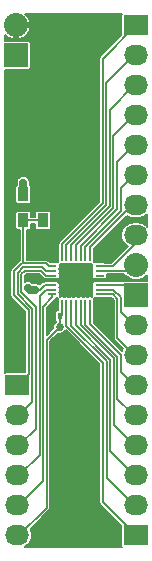
<source format=gtl>
G04 #@! TF.FileFunction,Copper,L1,Top,Signal*
%FSLAX46Y46*%
G04 Gerber Fmt 4.6, Leading zero omitted, Abs format (unit mm)*
G04 Created by KiCad (PCBNEW 4.0.1-stable) date Thursday, March 10, 2016 'AMt' 12:00:46 AM*
%MOMM*%
G01*
G04 APERTURE LIST*
%ADD10C,0.100000*%
%ADD11R,2.032000X2.032000*%
%ADD12O,2.032000X2.032000*%
%ADD13R,2.032000X1.727200*%
%ADD14O,2.032000X1.727200*%
%ADD15R,0.900000X1.200000*%
%ADD16R,0.200000X0.800000*%
%ADD17R,0.800000X0.200000*%
%ADD18R,1.500000X1.500000*%
%ADD19R,0.500000X0.600000*%
%ADD20R,0.400000X0.600000*%
%ADD21C,0.685800*%
%ADD22C,0.685800*%
%ADD23C,0.152400*%
G04 APERTURE END LIST*
D10*
D11*
X147320000Y-106680000D03*
D12*
X147320000Y-104140000D03*
D13*
X147447000Y-134620000D03*
D14*
X147447000Y-137160000D03*
X147447000Y-139700000D03*
X147447000Y-142240000D03*
X147447000Y-144780000D03*
X147447000Y-147320000D03*
D11*
X157480000Y-127000000D03*
D12*
X157480000Y-124460000D03*
D15*
X147955000Y-118450000D03*
X147955000Y-120650000D03*
X149606000Y-120650000D03*
X149606000Y-118450000D03*
D16*
X151200000Y-127730000D03*
X151600000Y-127730000D03*
X152000000Y-127730000D03*
X152400000Y-127730000D03*
X152800000Y-127730000D03*
X153200000Y-127730000D03*
X153600000Y-127730000D03*
D17*
X154400000Y-126930000D03*
X154400000Y-126530000D03*
X154400000Y-126130000D03*
X154400000Y-125730000D03*
X154400000Y-125330000D03*
X154400000Y-124930000D03*
X154400000Y-124530000D03*
D16*
X153600000Y-123730000D03*
X153200000Y-123730000D03*
X152800000Y-123730000D03*
X152400000Y-123730000D03*
X152000000Y-123730000D03*
X151600000Y-123730000D03*
X151200000Y-123730000D03*
D17*
X150400000Y-124530000D03*
X150400000Y-124930000D03*
X150400000Y-125330000D03*
X150400000Y-125730000D03*
X150400000Y-126130000D03*
X150400000Y-126530000D03*
X150400000Y-126930000D03*
D18*
X153000000Y-125130000D03*
X151800000Y-125130000D03*
X153000000Y-126330000D03*
X151800000Y-126330000D03*
D19*
X148971000Y-126534000D03*
X148971000Y-125434000D03*
D20*
X151072000Y-128778000D03*
X150172000Y-128778000D03*
D13*
X157480000Y-147320000D03*
D14*
X157480000Y-144780000D03*
X157480000Y-142240000D03*
X157480000Y-139700000D03*
X157480000Y-137160000D03*
X157480000Y-134620000D03*
X157480000Y-132080000D03*
X157480000Y-129540000D03*
D13*
X157480000Y-104140000D03*
D14*
X157480000Y-106680000D03*
X157480000Y-109220000D03*
X157480000Y-111760000D03*
X157480000Y-114300000D03*
X157480000Y-116840000D03*
X157480000Y-119380000D03*
X157480000Y-121920000D03*
D21*
X147955000Y-117475000D03*
X148338470Y-126365000D03*
X150593076Y-140408168D03*
X151257000Y-130556000D03*
X151638000Y-143002000D03*
X150198736Y-129540000D03*
X148338480Y-125476018D03*
X155321000Y-128651000D03*
X155321000Y-122809000D03*
X155321000Y-125558490D03*
X151032345Y-129678400D03*
D22*
X147955000Y-118450000D02*
X147955000Y-117475000D01*
X148971000Y-126534000D02*
X148507470Y-126534000D01*
X148507470Y-126534000D02*
X148338470Y-126365000D01*
D23*
X148971000Y-126534000D02*
X149373400Y-126534000D01*
X149373400Y-126534000D02*
X149777400Y-126130000D01*
X149777400Y-126130000D02*
X149847600Y-126130000D01*
X149847600Y-126130000D02*
X150400000Y-126130000D01*
X150593076Y-140893101D02*
X150593076Y-140408168D01*
X150593076Y-141957076D02*
X150593076Y-140893101D01*
X151638000Y-143002000D02*
X150593076Y-141957076D01*
X150172000Y-128778000D02*
X150172000Y-129513264D01*
X150172000Y-129513264D02*
X150198736Y-129540000D01*
X148380498Y-125434000D02*
X148338480Y-125476018D01*
X148971000Y-125434000D02*
X148380498Y-125434000D01*
X154400000Y-125730000D02*
X155149490Y-125730000D01*
X155149490Y-125730000D02*
X155321000Y-125558490D01*
X151032345Y-129678400D02*
X149932036Y-130778709D01*
X149932036Y-130778709D02*
X149932036Y-144987364D01*
X149932036Y-144987364D02*
X147599400Y-147320000D01*
X147599400Y-147320000D02*
X147447000Y-147320000D01*
X151032345Y-129678400D02*
X151032345Y-128817655D01*
X151032345Y-128817655D02*
X151072000Y-128778000D01*
X151200000Y-127730000D02*
X151200000Y-128650000D01*
X151200000Y-128650000D02*
X151072000Y-128778000D01*
X147599400Y-137160000D02*
X147447000Y-137160000D01*
X148712795Y-128137422D02*
X148712795Y-136046605D01*
X147935422Y-124599687D02*
X147462149Y-125072960D01*
X147462149Y-126886776D02*
X148712795Y-128137422D01*
X149548354Y-124599687D02*
X147935422Y-124599687D01*
X150400000Y-124930000D02*
X149878667Y-124930000D01*
X148712795Y-136046605D02*
X147599400Y-137160000D01*
X147462149Y-125072960D02*
X147462149Y-126886776D01*
X149878667Y-124930000D02*
X149548354Y-124599687D01*
X149017606Y-128011165D02*
X149017606Y-138281794D01*
X147766960Y-126760519D02*
X149017606Y-128011165D01*
X150400000Y-125330000D02*
X149847600Y-125330000D01*
X147766960Y-125199216D02*
X147766960Y-126760519D01*
X149422098Y-124904498D02*
X148061678Y-124904498D01*
X149847600Y-125330000D02*
X149422098Y-124904498D01*
X148061678Y-124904498D02*
X147766960Y-125199216D01*
X149017606Y-138281794D02*
X147599400Y-139700000D01*
X147599400Y-139700000D02*
X147447000Y-139700000D01*
X147599400Y-142240000D02*
X147447000Y-142240000D01*
X149322415Y-140516985D02*
X147599400Y-142240000D01*
X149322415Y-127093135D02*
X149322415Y-140516985D01*
X150400000Y-126530000D02*
X149885550Y-126530000D01*
X149885550Y-126530000D02*
X149322415Y-127093135D01*
X150400000Y-127182400D02*
X150400000Y-126930000D01*
X149627226Y-127955174D02*
X150400000Y-127182400D01*
X147599400Y-144780000D02*
X149627226Y-142752174D01*
X149627226Y-142752174D02*
X149627226Y-127955174D01*
X147447000Y-144780000D02*
X147599400Y-144780000D01*
X149606000Y-120650000D02*
X147955000Y-120650000D01*
X147955000Y-124277600D02*
X147826442Y-124277600D01*
X149847600Y-124277600D02*
X147955000Y-124277600D01*
X147955000Y-124277600D02*
X147955000Y-120650000D01*
X150400000Y-124530000D02*
X150100000Y-124530000D01*
X148393157Y-133673843D02*
X147447000Y-134620000D01*
X150100000Y-124530000D02*
X149847600Y-124277600D01*
X148393157Y-128248850D02*
X148393157Y-133673843D01*
X147157338Y-124946704D02*
X147157338Y-127013031D01*
X147826442Y-124277600D02*
X147157338Y-124946704D01*
X147157338Y-127013031D02*
X148393157Y-128248850D01*
X147447000Y-134620000D02*
X147994521Y-134072479D01*
X157327600Y-129540000D02*
X157480000Y-129540000D01*
X155565973Y-126530000D02*
X156208082Y-127172109D01*
X154400000Y-126530000D02*
X155565973Y-126530000D01*
X156208082Y-128420482D02*
X157327600Y-129540000D01*
X156208082Y-127172109D02*
X156208082Y-128420482D01*
X154400000Y-126930000D02*
X155534906Y-126930000D01*
X155903271Y-127298365D02*
X155903271Y-130655671D01*
X155534906Y-126930000D02*
X155903271Y-127298365D01*
X155903271Y-130655671D02*
X157327600Y-132080000D01*
X157327600Y-132080000D02*
X157480000Y-132080000D01*
X157327600Y-134620000D02*
X157480000Y-134620000D01*
X156210150Y-132066946D02*
X156210150Y-133502550D01*
X156210150Y-133502550D02*
X157327600Y-134620000D01*
X153600000Y-129456796D02*
X156210150Y-132066946D01*
X153600000Y-127730000D02*
X153600000Y-129456796D01*
X157327600Y-137160000D02*
X157480000Y-137160000D01*
X153200000Y-129487863D02*
X155905339Y-132193202D01*
X155905339Y-132193202D02*
X155905339Y-135737739D01*
X153200000Y-127730000D02*
X153200000Y-129487863D01*
X155905339Y-135737739D02*
X157327600Y-137160000D01*
X155600528Y-132319458D02*
X155600528Y-137972928D01*
X157327600Y-139700000D02*
X157480000Y-139700000D01*
X155600528Y-137972928D02*
X157327600Y-139700000D01*
X152800000Y-129518930D02*
X155600528Y-132319458D01*
X152800000Y-127730000D02*
X152800000Y-129518930D01*
X157327600Y-142240000D02*
X157480000Y-142240000D01*
X155295717Y-132445714D02*
X155295717Y-140208117D01*
X152400000Y-129549997D02*
X155295717Y-132445714D01*
X155295717Y-140208117D02*
X157327600Y-142240000D01*
X152400000Y-127730000D02*
X152400000Y-129549997D01*
X157327600Y-144780000D02*
X157480000Y-144780000D01*
X152000000Y-129581064D02*
X154990906Y-132571970D01*
X154990906Y-142443306D02*
X157327600Y-144780000D01*
X154990906Y-132571970D02*
X154990906Y-142443306D01*
X152000000Y-127730000D02*
X152000000Y-129581064D01*
X151600000Y-127730000D02*
X151600000Y-129612131D01*
X151600000Y-129612131D02*
X154686095Y-132698226D01*
X154686095Y-144526095D02*
X157480000Y-147320000D01*
X154686095Y-132698226D02*
X154686095Y-144526095D01*
X151200000Y-123730000D02*
X151200000Y-122683514D01*
X154662152Y-119221362D02*
X154662152Y-106957848D01*
X151200000Y-122683514D02*
X154662152Y-119221362D01*
X154662152Y-106957848D02*
X157480000Y-104140000D01*
X151600000Y-123730000D02*
X151600000Y-122714581D01*
X154966963Y-119347618D02*
X154966963Y-109040637D01*
X154966963Y-109040637D02*
X157327600Y-106680000D01*
X157327600Y-106680000D02*
X157480000Y-106680000D01*
X151600000Y-122714581D02*
X154966963Y-119347618D01*
X157327600Y-109220000D02*
X157480000Y-109220000D01*
X152000000Y-122745648D02*
X155271774Y-119473874D01*
X155271774Y-119473874D02*
X155271774Y-111275826D01*
X152000000Y-123730000D02*
X152000000Y-122745648D01*
X155271774Y-111275826D02*
X157327600Y-109220000D01*
X157327600Y-111760000D02*
X157480000Y-111760000D01*
X155576585Y-113511015D02*
X157327600Y-111760000D01*
X152400000Y-122776715D02*
X155576585Y-119600130D01*
X155576585Y-119600130D02*
X155576585Y-113511015D01*
X152400000Y-123730000D02*
X152400000Y-122776715D01*
X155881396Y-115746204D02*
X157327600Y-114300000D01*
X152800000Y-123730000D02*
X152800000Y-122807782D01*
X157327600Y-114300000D02*
X157480000Y-114300000D01*
X155881396Y-119726386D02*
X155881396Y-115746204D01*
X152800000Y-122807782D02*
X155881396Y-119726386D01*
X156235390Y-117932210D02*
X157327600Y-116840000D01*
X156235390Y-119871194D02*
X156235390Y-117932210D01*
X153200000Y-122906584D02*
X156235390Y-119871194D01*
X157327600Y-116840000D02*
X157480000Y-116840000D01*
X153200000Y-123730000D02*
X153200000Y-122906584D01*
X153600000Y-123730000D02*
X153600000Y-122937650D01*
X157157650Y-119380000D02*
X157480000Y-119380000D01*
X153600000Y-122937650D02*
X157157650Y-119380000D01*
X154400000Y-124530000D02*
X155524174Y-124530000D01*
X155524174Y-124530000D02*
X157480000Y-122574174D01*
X157480000Y-122574174D02*
X157480000Y-121920000D01*
X154400000Y-126130000D02*
X156610000Y-126130000D01*
X156610000Y-126130000D02*
X157480000Y-127000000D01*
X154400000Y-124930000D02*
X157010000Y-124930000D01*
X157010000Y-124930000D02*
X157480000Y-124460000D01*
G36*
X154381295Y-132824478D02*
X154381295Y-144526095D01*
X154384042Y-144554107D01*
X154386496Y-144582164D01*
X154386944Y-144583705D01*
X154387100Y-144585298D01*
X154395241Y-144612263D01*
X154403093Y-144639288D01*
X154403829Y-144640708D01*
X154404293Y-144642245D01*
X154417536Y-144667151D01*
X154430469Y-144692101D01*
X154431467Y-144693352D01*
X154432221Y-144694769D01*
X154450060Y-144716643D01*
X154467581Y-144738590D01*
X154469776Y-144740817D01*
X154469818Y-144740868D01*
X154469865Y-144740907D01*
X154470569Y-144741621D01*
X156234294Y-146505346D01*
X156234294Y-148183600D01*
X156237197Y-148220004D01*
X156256318Y-148281748D01*
X156259383Y-148286400D01*
X148103230Y-148286400D01*
X148209836Y-148229717D01*
X148375023Y-148094993D01*
X148510897Y-147930750D01*
X148612281Y-147743245D01*
X148675314Y-147539617D01*
X148697595Y-147327625D01*
X148678276Y-147115342D01*
X148618092Y-146910855D01*
X148556813Y-146793639D01*
X150147562Y-145202890D01*
X150165429Y-145181139D01*
X150183531Y-145159566D01*
X150184304Y-145158160D01*
X150185320Y-145156923D01*
X150198630Y-145132099D01*
X150212188Y-145107437D01*
X150212672Y-145105912D01*
X150213430Y-145104498D01*
X150221666Y-145077560D01*
X150230175Y-145050735D01*
X150230354Y-145049142D01*
X150230822Y-145047610D01*
X150233667Y-145019605D01*
X150236806Y-144991620D01*
X150236828Y-144988486D01*
X150236834Y-144988428D01*
X150236829Y-144988374D01*
X150236836Y-144987364D01*
X150236836Y-130904961D01*
X150906001Y-130235796D01*
X150964350Y-130248625D01*
X151076402Y-130250972D01*
X151186776Y-130231511D01*
X151291268Y-130190981D01*
X151385898Y-130130927D01*
X151467061Y-130053637D01*
X151526374Y-129969557D01*
X154381295Y-132824478D01*
X154381295Y-132824478D01*
G37*
X154381295Y-132824478D02*
X154381295Y-144526095D01*
X154384042Y-144554107D01*
X154386496Y-144582164D01*
X154386944Y-144583705D01*
X154387100Y-144585298D01*
X154395241Y-144612263D01*
X154403093Y-144639288D01*
X154403829Y-144640708D01*
X154404293Y-144642245D01*
X154417536Y-144667151D01*
X154430469Y-144692101D01*
X154431467Y-144693352D01*
X154432221Y-144694769D01*
X154450060Y-144716643D01*
X154467581Y-144738590D01*
X154469776Y-144740817D01*
X154469818Y-144740868D01*
X154469865Y-144740907D01*
X154470569Y-144741621D01*
X156234294Y-146505346D01*
X156234294Y-148183600D01*
X156237197Y-148220004D01*
X156256318Y-148281748D01*
X156259383Y-148286400D01*
X148103230Y-148286400D01*
X148209836Y-148229717D01*
X148375023Y-148094993D01*
X148510897Y-147930750D01*
X148612281Y-147743245D01*
X148675314Y-147539617D01*
X148697595Y-147327625D01*
X148678276Y-147115342D01*
X148618092Y-146910855D01*
X148556813Y-146793639D01*
X150147562Y-145202890D01*
X150165429Y-145181139D01*
X150183531Y-145159566D01*
X150184304Y-145158160D01*
X150185320Y-145156923D01*
X150198630Y-145132099D01*
X150212188Y-145107437D01*
X150212672Y-145105912D01*
X150213430Y-145104498D01*
X150221666Y-145077560D01*
X150230175Y-145050735D01*
X150230354Y-145049142D01*
X150230822Y-145047610D01*
X150233667Y-145019605D01*
X150236806Y-144991620D01*
X150236828Y-144988486D01*
X150236834Y-144988428D01*
X150236829Y-144988374D01*
X150236836Y-144987364D01*
X150236836Y-130904961D01*
X150906001Y-130235796D01*
X150964350Y-130248625D01*
X151076402Y-130250972D01*
X151186776Y-130231511D01*
X151291268Y-130190981D01*
X151385898Y-130130927D01*
X151467061Y-130053637D01*
X151526374Y-129969557D01*
X154381295Y-132824478D01*
G36*
X156243388Y-103212405D02*
X156234294Y-103276400D01*
X156234294Y-104954654D01*
X154446626Y-106742322D01*
X154428759Y-106764073D01*
X154410657Y-106785646D01*
X154409884Y-106787052D01*
X154408868Y-106788289D01*
X154395538Y-106813148D01*
X154382000Y-106837775D01*
X154381518Y-106839295D01*
X154380757Y-106840714D01*
X154372499Y-106867727D01*
X154364013Y-106894477D01*
X154363835Y-106896067D01*
X154363365Y-106897603D01*
X154360517Y-106925647D01*
X154357382Y-106953592D01*
X154357360Y-106956727D01*
X154357354Y-106956785D01*
X154357359Y-106956839D01*
X154357352Y-106957848D01*
X154357352Y-119095110D01*
X150984474Y-122467988D01*
X150966607Y-122489739D01*
X150948505Y-122511312D01*
X150947732Y-122512718D01*
X150946716Y-122513955D01*
X150933386Y-122538814D01*
X150919848Y-122563441D01*
X150919366Y-122564961D01*
X150918605Y-122566380D01*
X150910347Y-122593393D01*
X150901861Y-122620143D01*
X150901683Y-122621733D01*
X150901213Y-122623269D01*
X150898365Y-122651313D01*
X150895230Y-122679258D01*
X150895208Y-122682393D01*
X150895202Y-122682451D01*
X150895207Y-122682505D01*
X150895200Y-122683514D01*
X150895200Y-123230928D01*
X150879388Y-123266005D01*
X150870294Y-123330000D01*
X150870294Y-124130000D01*
X150873197Y-124166404D01*
X150890161Y-124221183D01*
X150863995Y-124209388D01*
X150800000Y-124200294D01*
X150201346Y-124200294D01*
X150063126Y-124062074D01*
X150041375Y-124044207D01*
X150019802Y-124026105D01*
X150018396Y-124025332D01*
X150017159Y-124024316D01*
X149992296Y-124010984D01*
X149967673Y-123997448D01*
X149966153Y-123996966D01*
X149964734Y-123996205D01*
X149937721Y-123987947D01*
X149910971Y-123979461D01*
X149909381Y-123979283D01*
X149907845Y-123978813D01*
X149879801Y-123975965D01*
X149851856Y-123972830D01*
X149848721Y-123972808D01*
X149848663Y-123972802D01*
X149848609Y-123972807D01*
X149847600Y-123972800D01*
X148259800Y-123972800D01*
X148259800Y-121479706D01*
X148405000Y-121479706D01*
X148441404Y-121476803D01*
X148503148Y-121457682D01*
X148557121Y-121422116D01*
X148599049Y-121372922D01*
X148625612Y-121313995D01*
X148634706Y-121250000D01*
X148634706Y-120954800D01*
X148926294Y-120954800D01*
X148926294Y-121250000D01*
X148929197Y-121286404D01*
X148948318Y-121348148D01*
X148983884Y-121402121D01*
X149033078Y-121444049D01*
X149092005Y-121470612D01*
X149156000Y-121479706D01*
X150056000Y-121479706D01*
X150092404Y-121476803D01*
X150154148Y-121457682D01*
X150208121Y-121422116D01*
X150250049Y-121372922D01*
X150276612Y-121313995D01*
X150285706Y-121250000D01*
X150285706Y-120050000D01*
X150282803Y-120013596D01*
X150263682Y-119951852D01*
X150228116Y-119897879D01*
X150178922Y-119855951D01*
X150119995Y-119829388D01*
X150056000Y-119820294D01*
X149156000Y-119820294D01*
X149119596Y-119823197D01*
X149057852Y-119842318D01*
X149003879Y-119877884D01*
X148961951Y-119927078D01*
X148935388Y-119986005D01*
X148926294Y-120050000D01*
X148926294Y-120345200D01*
X148634706Y-120345200D01*
X148634706Y-120050000D01*
X148631803Y-120013596D01*
X148612682Y-119951852D01*
X148577116Y-119897879D01*
X148527922Y-119855951D01*
X148468995Y-119829388D01*
X148405000Y-119820294D01*
X147505000Y-119820294D01*
X147468596Y-119823197D01*
X147406852Y-119842318D01*
X147352879Y-119877884D01*
X147310951Y-119927078D01*
X147284388Y-119986005D01*
X147275294Y-120050000D01*
X147275294Y-121250000D01*
X147278197Y-121286404D01*
X147297318Y-121348148D01*
X147332884Y-121402121D01*
X147382078Y-121444049D01*
X147441005Y-121470612D01*
X147505000Y-121479706D01*
X147650200Y-121479706D01*
X147650200Y-124029898D01*
X147635894Y-124041565D01*
X147613947Y-124059086D01*
X147611720Y-124061281D01*
X147611669Y-124061323D01*
X147611630Y-124061370D01*
X147610916Y-124062074D01*
X146941812Y-124731178D01*
X146923951Y-124752922D01*
X146905843Y-124774502D01*
X146905070Y-124775908D01*
X146904054Y-124777145D01*
X146890724Y-124802004D01*
X146877186Y-124826631D01*
X146876704Y-124828151D01*
X146875943Y-124829570D01*
X146867685Y-124856583D01*
X146859199Y-124883333D01*
X146859021Y-124884923D01*
X146858551Y-124886459D01*
X146855703Y-124914503D01*
X146852568Y-124942448D01*
X146852546Y-124945583D01*
X146852540Y-124945641D01*
X146852545Y-124945695D01*
X146852538Y-124946704D01*
X146852538Y-127013031D01*
X146855285Y-127041043D01*
X146857739Y-127069100D01*
X146858187Y-127070641D01*
X146858343Y-127072234D01*
X146866484Y-127099199D01*
X146874336Y-127126224D01*
X146875072Y-127127644D01*
X146875536Y-127129181D01*
X146888779Y-127154087D01*
X146901712Y-127179037D01*
X146902710Y-127180288D01*
X146903464Y-127181705D01*
X146921303Y-127203579D01*
X146938824Y-127225526D01*
X146941019Y-127227753D01*
X146941061Y-127227804D01*
X146941108Y-127227843D01*
X146941812Y-127228557D01*
X148088357Y-128375102D01*
X148088357Y-133526694D01*
X146431000Y-133526694D01*
X146394596Y-133529597D01*
X146353600Y-133542293D01*
X146353600Y-117850000D01*
X147275294Y-117850000D01*
X147275294Y-119050000D01*
X147278197Y-119086404D01*
X147297318Y-119148148D01*
X147332884Y-119202121D01*
X147382078Y-119244049D01*
X147441005Y-119270612D01*
X147505000Y-119279706D01*
X148405000Y-119279706D01*
X148441404Y-119276803D01*
X148503148Y-119257682D01*
X148557121Y-119222116D01*
X148599049Y-119172922D01*
X148625612Y-119113995D01*
X148634706Y-119050000D01*
X148634706Y-117850000D01*
X148631803Y-117813596D01*
X148612682Y-117751852D01*
X148577116Y-117697879D01*
X148527922Y-117655951D01*
X148526500Y-117655310D01*
X148526500Y-117475000D01*
X148525836Y-117468230D01*
X148526524Y-117418962D01*
X148504755Y-117309019D01*
X148462046Y-117205399D01*
X148400023Y-117112048D01*
X148321050Y-117032521D01*
X148228134Y-116969849D01*
X148124815Y-116926417D01*
X148015027Y-116903881D01*
X147902953Y-116903098D01*
X147792861Y-116924100D01*
X147688945Y-116966084D01*
X147595163Y-117027453D01*
X147515087Y-117105870D01*
X147451768Y-117198346D01*
X147407616Y-117301360D01*
X147384314Y-117410987D01*
X147382749Y-117523053D01*
X147383500Y-117527145D01*
X147383500Y-117657706D01*
X147352879Y-117677884D01*
X147310951Y-117727078D01*
X147284388Y-117786005D01*
X147275294Y-117850000D01*
X146353600Y-117850000D01*
X146353600Y-107925706D01*
X148336000Y-107925706D01*
X148372404Y-107922803D01*
X148434148Y-107903682D01*
X148488121Y-107868116D01*
X148530049Y-107818922D01*
X148556612Y-107759995D01*
X148565706Y-107696000D01*
X148565706Y-105664000D01*
X148562803Y-105627596D01*
X148543682Y-105565852D01*
X148508116Y-105511879D01*
X148458922Y-105469951D01*
X148399995Y-105443388D01*
X148336000Y-105434294D01*
X146353600Y-105434294D01*
X146353600Y-104924223D01*
X146524764Y-105097419D01*
X146726827Y-105234165D01*
X146951686Y-105328863D01*
X147142200Y-105314693D01*
X147142200Y-104317800D01*
X147497800Y-104317800D01*
X147497800Y-105314693D01*
X147688314Y-105328863D01*
X147913173Y-105234165D01*
X148115236Y-105097419D01*
X148286739Y-104923880D01*
X148421091Y-104720217D01*
X148508855Y-104508312D01*
X148494063Y-104317800D01*
X147497800Y-104317800D01*
X147142200Y-104317800D01*
X147122200Y-104317800D01*
X147122200Y-103962200D01*
X147142200Y-103962200D01*
X147142200Y-103942200D01*
X147497800Y-103942200D01*
X147497800Y-103962200D01*
X148494063Y-103962200D01*
X148508855Y-103771688D01*
X148421091Y-103559783D01*
X148286739Y-103356120D01*
X148115236Y-103182581D01*
X148101965Y-103173600D01*
X156260880Y-103173600D01*
X156243388Y-103212405D01*
X156243388Y-103212405D01*
G37*
X156243388Y-103212405D02*
X156234294Y-103276400D01*
X156234294Y-104954654D01*
X154446626Y-106742322D01*
X154428759Y-106764073D01*
X154410657Y-106785646D01*
X154409884Y-106787052D01*
X154408868Y-106788289D01*
X154395538Y-106813148D01*
X154382000Y-106837775D01*
X154381518Y-106839295D01*
X154380757Y-106840714D01*
X154372499Y-106867727D01*
X154364013Y-106894477D01*
X154363835Y-106896067D01*
X154363365Y-106897603D01*
X154360517Y-106925647D01*
X154357382Y-106953592D01*
X154357360Y-106956727D01*
X154357354Y-106956785D01*
X154357359Y-106956839D01*
X154357352Y-106957848D01*
X154357352Y-119095110D01*
X150984474Y-122467988D01*
X150966607Y-122489739D01*
X150948505Y-122511312D01*
X150947732Y-122512718D01*
X150946716Y-122513955D01*
X150933386Y-122538814D01*
X150919848Y-122563441D01*
X150919366Y-122564961D01*
X150918605Y-122566380D01*
X150910347Y-122593393D01*
X150901861Y-122620143D01*
X150901683Y-122621733D01*
X150901213Y-122623269D01*
X150898365Y-122651313D01*
X150895230Y-122679258D01*
X150895208Y-122682393D01*
X150895202Y-122682451D01*
X150895207Y-122682505D01*
X150895200Y-122683514D01*
X150895200Y-123230928D01*
X150879388Y-123266005D01*
X150870294Y-123330000D01*
X150870294Y-124130000D01*
X150873197Y-124166404D01*
X150890161Y-124221183D01*
X150863995Y-124209388D01*
X150800000Y-124200294D01*
X150201346Y-124200294D01*
X150063126Y-124062074D01*
X150041375Y-124044207D01*
X150019802Y-124026105D01*
X150018396Y-124025332D01*
X150017159Y-124024316D01*
X149992296Y-124010984D01*
X149967673Y-123997448D01*
X149966153Y-123996966D01*
X149964734Y-123996205D01*
X149937721Y-123987947D01*
X149910971Y-123979461D01*
X149909381Y-123979283D01*
X149907845Y-123978813D01*
X149879801Y-123975965D01*
X149851856Y-123972830D01*
X149848721Y-123972808D01*
X149848663Y-123972802D01*
X149848609Y-123972807D01*
X149847600Y-123972800D01*
X148259800Y-123972800D01*
X148259800Y-121479706D01*
X148405000Y-121479706D01*
X148441404Y-121476803D01*
X148503148Y-121457682D01*
X148557121Y-121422116D01*
X148599049Y-121372922D01*
X148625612Y-121313995D01*
X148634706Y-121250000D01*
X148634706Y-120954800D01*
X148926294Y-120954800D01*
X148926294Y-121250000D01*
X148929197Y-121286404D01*
X148948318Y-121348148D01*
X148983884Y-121402121D01*
X149033078Y-121444049D01*
X149092005Y-121470612D01*
X149156000Y-121479706D01*
X150056000Y-121479706D01*
X150092404Y-121476803D01*
X150154148Y-121457682D01*
X150208121Y-121422116D01*
X150250049Y-121372922D01*
X150276612Y-121313995D01*
X150285706Y-121250000D01*
X150285706Y-120050000D01*
X150282803Y-120013596D01*
X150263682Y-119951852D01*
X150228116Y-119897879D01*
X150178922Y-119855951D01*
X150119995Y-119829388D01*
X150056000Y-119820294D01*
X149156000Y-119820294D01*
X149119596Y-119823197D01*
X149057852Y-119842318D01*
X149003879Y-119877884D01*
X148961951Y-119927078D01*
X148935388Y-119986005D01*
X148926294Y-120050000D01*
X148926294Y-120345200D01*
X148634706Y-120345200D01*
X148634706Y-120050000D01*
X148631803Y-120013596D01*
X148612682Y-119951852D01*
X148577116Y-119897879D01*
X148527922Y-119855951D01*
X148468995Y-119829388D01*
X148405000Y-119820294D01*
X147505000Y-119820294D01*
X147468596Y-119823197D01*
X147406852Y-119842318D01*
X147352879Y-119877884D01*
X147310951Y-119927078D01*
X147284388Y-119986005D01*
X147275294Y-120050000D01*
X147275294Y-121250000D01*
X147278197Y-121286404D01*
X147297318Y-121348148D01*
X147332884Y-121402121D01*
X147382078Y-121444049D01*
X147441005Y-121470612D01*
X147505000Y-121479706D01*
X147650200Y-121479706D01*
X147650200Y-124029898D01*
X147635894Y-124041565D01*
X147613947Y-124059086D01*
X147611720Y-124061281D01*
X147611669Y-124061323D01*
X147611630Y-124061370D01*
X147610916Y-124062074D01*
X146941812Y-124731178D01*
X146923951Y-124752922D01*
X146905843Y-124774502D01*
X146905070Y-124775908D01*
X146904054Y-124777145D01*
X146890724Y-124802004D01*
X146877186Y-124826631D01*
X146876704Y-124828151D01*
X146875943Y-124829570D01*
X146867685Y-124856583D01*
X146859199Y-124883333D01*
X146859021Y-124884923D01*
X146858551Y-124886459D01*
X146855703Y-124914503D01*
X146852568Y-124942448D01*
X146852546Y-124945583D01*
X146852540Y-124945641D01*
X146852545Y-124945695D01*
X146852538Y-124946704D01*
X146852538Y-127013031D01*
X146855285Y-127041043D01*
X146857739Y-127069100D01*
X146858187Y-127070641D01*
X146858343Y-127072234D01*
X146866484Y-127099199D01*
X146874336Y-127126224D01*
X146875072Y-127127644D01*
X146875536Y-127129181D01*
X146888779Y-127154087D01*
X146901712Y-127179037D01*
X146902710Y-127180288D01*
X146903464Y-127181705D01*
X146921303Y-127203579D01*
X146938824Y-127225526D01*
X146941019Y-127227753D01*
X146941061Y-127227804D01*
X146941108Y-127227843D01*
X146941812Y-127228557D01*
X148088357Y-128375102D01*
X148088357Y-133526694D01*
X146431000Y-133526694D01*
X146394596Y-133529597D01*
X146353600Y-133542293D01*
X146353600Y-117850000D01*
X147275294Y-117850000D01*
X147275294Y-119050000D01*
X147278197Y-119086404D01*
X147297318Y-119148148D01*
X147332884Y-119202121D01*
X147382078Y-119244049D01*
X147441005Y-119270612D01*
X147505000Y-119279706D01*
X148405000Y-119279706D01*
X148441404Y-119276803D01*
X148503148Y-119257682D01*
X148557121Y-119222116D01*
X148599049Y-119172922D01*
X148625612Y-119113995D01*
X148634706Y-119050000D01*
X148634706Y-117850000D01*
X148631803Y-117813596D01*
X148612682Y-117751852D01*
X148577116Y-117697879D01*
X148527922Y-117655951D01*
X148526500Y-117655310D01*
X148526500Y-117475000D01*
X148525836Y-117468230D01*
X148526524Y-117418962D01*
X148504755Y-117309019D01*
X148462046Y-117205399D01*
X148400023Y-117112048D01*
X148321050Y-117032521D01*
X148228134Y-116969849D01*
X148124815Y-116926417D01*
X148015027Y-116903881D01*
X147902953Y-116903098D01*
X147792861Y-116924100D01*
X147688945Y-116966084D01*
X147595163Y-117027453D01*
X147515087Y-117105870D01*
X147451768Y-117198346D01*
X147407616Y-117301360D01*
X147384314Y-117410987D01*
X147382749Y-117523053D01*
X147383500Y-117527145D01*
X147383500Y-117657706D01*
X147352879Y-117677884D01*
X147310951Y-117727078D01*
X147284388Y-117786005D01*
X147275294Y-117850000D01*
X146353600Y-117850000D01*
X146353600Y-107925706D01*
X148336000Y-107925706D01*
X148372404Y-107922803D01*
X148434148Y-107903682D01*
X148488121Y-107868116D01*
X148530049Y-107818922D01*
X148556612Y-107759995D01*
X148565706Y-107696000D01*
X148565706Y-105664000D01*
X148562803Y-105627596D01*
X148543682Y-105565852D01*
X148508116Y-105511879D01*
X148458922Y-105469951D01*
X148399995Y-105443388D01*
X148336000Y-105434294D01*
X146353600Y-105434294D01*
X146353600Y-104924223D01*
X146524764Y-105097419D01*
X146726827Y-105234165D01*
X146951686Y-105328863D01*
X147142200Y-105314693D01*
X147142200Y-104317800D01*
X147497800Y-104317800D01*
X147497800Y-105314693D01*
X147688314Y-105328863D01*
X147913173Y-105234165D01*
X148115236Y-105097419D01*
X148286739Y-104923880D01*
X148421091Y-104720217D01*
X148508855Y-104508312D01*
X148494063Y-104317800D01*
X147497800Y-104317800D01*
X147142200Y-104317800D01*
X147122200Y-104317800D01*
X147122200Y-103962200D01*
X147142200Y-103962200D01*
X147142200Y-103942200D01*
X147497800Y-103942200D01*
X147497800Y-103962200D01*
X148494063Y-103962200D01*
X148508855Y-103771688D01*
X148421091Y-103559783D01*
X148286739Y-103356120D01*
X148115236Y-103182581D01*
X148101965Y-103173600D01*
X156260880Y-103173600D01*
X156243388Y-103212405D01*
G36*
X155598471Y-127424617D02*
X155598471Y-130655671D01*
X155601218Y-130683683D01*
X155603672Y-130711740D01*
X155604120Y-130713281D01*
X155604276Y-130714874D01*
X155612417Y-130741839D01*
X155620269Y-130768864D01*
X155621005Y-130770284D01*
X155621469Y-130771821D01*
X155634712Y-130796727D01*
X155647645Y-130821677D01*
X155648643Y-130822928D01*
X155649397Y-130824345D01*
X155667236Y-130846219D01*
X155684757Y-130868166D01*
X155686952Y-130870393D01*
X155686994Y-130870444D01*
X155687041Y-130870483D01*
X155687745Y-130871197D01*
X156370373Y-131553825D01*
X156314719Y-131656755D01*
X156294932Y-131720676D01*
X153904800Y-129330544D01*
X153904800Y-128229072D01*
X153920612Y-128193995D01*
X153929706Y-128130000D01*
X153929706Y-127330000D01*
X153926803Y-127293596D01*
X153909839Y-127238817D01*
X153936005Y-127250612D01*
X154000000Y-127259706D01*
X154800000Y-127259706D01*
X154836404Y-127256803D01*
X154898148Y-127237682D01*
X154902522Y-127234800D01*
X155408654Y-127234800D01*
X155598471Y-127424617D01*
X155598471Y-127424617D01*
G37*
X155598471Y-127424617D02*
X155598471Y-130655671D01*
X155601218Y-130683683D01*
X155603672Y-130711740D01*
X155604120Y-130713281D01*
X155604276Y-130714874D01*
X155612417Y-130741839D01*
X155620269Y-130768864D01*
X155621005Y-130770284D01*
X155621469Y-130771821D01*
X155634712Y-130796727D01*
X155647645Y-130821677D01*
X155648643Y-130822928D01*
X155649397Y-130824345D01*
X155667236Y-130846219D01*
X155684757Y-130868166D01*
X155686952Y-130870393D01*
X155686994Y-130870444D01*
X155687041Y-130870483D01*
X155687745Y-130871197D01*
X156370373Y-131553825D01*
X156314719Y-131656755D01*
X156294932Y-131720676D01*
X153904800Y-129330544D01*
X153904800Y-128229072D01*
X153920612Y-128193995D01*
X153929706Y-128130000D01*
X153929706Y-127330000D01*
X153926803Y-127293596D01*
X153909839Y-127238817D01*
X153936005Y-127250612D01*
X154000000Y-127259706D01*
X154800000Y-127259706D01*
X154836404Y-127256803D01*
X154898148Y-127237682D01*
X154902522Y-127234800D01*
X155408654Y-127234800D01*
X155598471Y-127424617D01*
G36*
X150879388Y-127266005D02*
X150870294Y-127330000D01*
X150870294Y-128130000D01*
X150873197Y-128166404D01*
X150892318Y-128228148D01*
X150895200Y-128232522D01*
X150895200Y-128248294D01*
X150872000Y-128248294D01*
X150835596Y-128251197D01*
X150773852Y-128270318D01*
X150719879Y-128305884D01*
X150677951Y-128355078D01*
X150651388Y-128414005D01*
X150642294Y-128478000D01*
X150642294Y-129078000D01*
X150645197Y-129114404D01*
X150664318Y-129176148D01*
X150691973Y-129218116D01*
X150672508Y-129230853D01*
X150592432Y-129309270D01*
X150529113Y-129401746D01*
X150484961Y-129504760D01*
X150461659Y-129614387D01*
X150460094Y-129726453D01*
X150474538Y-129805155D01*
X149932026Y-130347667D01*
X149932026Y-128081426D01*
X150615526Y-127397926D01*
X150633424Y-127376137D01*
X150651495Y-127354602D01*
X150652268Y-127353196D01*
X150653284Y-127351959D01*
X150666594Y-127327135D01*
X150680152Y-127302473D01*
X150680636Y-127300948D01*
X150681394Y-127299534D01*
X150689630Y-127272596D01*
X150693719Y-127259706D01*
X150800000Y-127259706D01*
X150836404Y-127256803D01*
X150891183Y-127239839D01*
X150879388Y-127266005D01*
X150879388Y-127266005D01*
G37*
X150879388Y-127266005D02*
X150870294Y-127330000D01*
X150870294Y-128130000D01*
X150873197Y-128166404D01*
X150892318Y-128228148D01*
X150895200Y-128232522D01*
X150895200Y-128248294D01*
X150872000Y-128248294D01*
X150835596Y-128251197D01*
X150773852Y-128270318D01*
X150719879Y-128305884D01*
X150677951Y-128355078D01*
X150651388Y-128414005D01*
X150642294Y-128478000D01*
X150642294Y-129078000D01*
X150645197Y-129114404D01*
X150664318Y-129176148D01*
X150691973Y-129218116D01*
X150672508Y-129230853D01*
X150592432Y-129309270D01*
X150529113Y-129401746D01*
X150484961Y-129504760D01*
X150461659Y-129614387D01*
X150460094Y-129726453D01*
X150474538Y-129805155D01*
X149932026Y-130347667D01*
X149932026Y-128081426D01*
X150615526Y-127397926D01*
X150633424Y-127376137D01*
X150651495Y-127354602D01*
X150652268Y-127353196D01*
X150653284Y-127351959D01*
X150666594Y-127327135D01*
X150680152Y-127302473D01*
X150680636Y-127300948D01*
X150681394Y-127299534D01*
X150689630Y-127272596D01*
X150693719Y-127259706D01*
X150800000Y-127259706D01*
X150836404Y-127256803D01*
X150891183Y-127239839D01*
X150879388Y-127266005D01*
G36*
X153436005Y-124350612D02*
X153500000Y-124359706D01*
X153700000Y-124359706D01*
X153736404Y-124356803D01*
X153791183Y-124339839D01*
X153779388Y-124366005D01*
X153770294Y-124430000D01*
X153770294Y-124630000D01*
X153773197Y-124666404D01*
X153792318Y-124728148D01*
X153794773Y-124731874D01*
X153779388Y-124766005D01*
X153770294Y-124830000D01*
X153770294Y-125030000D01*
X153773197Y-125066404D01*
X153792318Y-125128148D01*
X153794773Y-125131874D01*
X153779388Y-125166005D01*
X153770294Y-125230000D01*
X153770294Y-125430000D01*
X153773197Y-125466404D01*
X153792318Y-125528148D01*
X153827884Y-125582121D01*
X153877078Y-125624049D01*
X153936005Y-125650612D01*
X154000000Y-125659706D01*
X154800000Y-125659706D01*
X154836404Y-125656803D01*
X154898148Y-125637682D01*
X154952121Y-125602116D01*
X154994049Y-125552922D01*
X155020612Y-125493995D01*
X155029706Y-125430000D01*
X155029706Y-125234800D01*
X156507558Y-125234800D01*
X156584745Y-125330801D01*
X156770820Y-125486936D01*
X156983678Y-125603956D01*
X157215211Y-125677403D01*
X157456601Y-125704479D01*
X157473978Y-125704600D01*
X157486022Y-125704600D01*
X157727766Y-125680897D01*
X157960302Y-125610690D01*
X158174773Y-125496654D01*
X158363010Y-125343132D01*
X158446400Y-125242330D01*
X158446400Y-125754294D01*
X156464000Y-125754294D01*
X156427596Y-125757197D01*
X156365852Y-125776318D01*
X156311879Y-125811884D01*
X156300530Y-125825200D01*
X154899072Y-125825200D01*
X154863995Y-125809388D01*
X154800000Y-125800294D01*
X154000000Y-125800294D01*
X153963596Y-125803197D01*
X153901852Y-125822318D01*
X153847879Y-125857884D01*
X153805951Y-125907078D01*
X153779388Y-125966005D01*
X153770294Y-126030000D01*
X153770294Y-126230000D01*
X153773197Y-126266404D01*
X153792318Y-126328148D01*
X153794773Y-126331874D01*
X153779388Y-126366005D01*
X153770294Y-126430000D01*
X153770294Y-126630000D01*
X153773197Y-126666404D01*
X153792318Y-126728148D01*
X153794773Y-126731874D01*
X153779388Y-126766005D01*
X153770294Y-126830000D01*
X153770294Y-127030000D01*
X153773197Y-127066404D01*
X153790161Y-127121183D01*
X153763995Y-127109388D01*
X153700000Y-127100294D01*
X153500000Y-127100294D01*
X153463596Y-127103197D01*
X153401852Y-127122318D01*
X153398126Y-127124773D01*
X153363995Y-127109388D01*
X153300000Y-127100294D01*
X153100000Y-127100294D01*
X153063596Y-127103197D01*
X153001852Y-127122318D01*
X152998126Y-127124773D01*
X152963995Y-127109388D01*
X152900000Y-127100294D01*
X152700000Y-127100294D01*
X152663596Y-127103197D01*
X152601852Y-127122318D01*
X152598126Y-127124773D01*
X152563995Y-127109388D01*
X152500000Y-127100294D01*
X152300000Y-127100294D01*
X152263596Y-127103197D01*
X152201852Y-127122318D01*
X152198126Y-127124773D01*
X152163995Y-127109388D01*
X152100000Y-127100294D01*
X151900000Y-127100294D01*
X151863596Y-127103197D01*
X151801852Y-127122318D01*
X151798126Y-127124773D01*
X151763995Y-127109388D01*
X151700000Y-127100294D01*
X151500000Y-127100294D01*
X151463596Y-127103197D01*
X151401852Y-127122318D01*
X151398126Y-127124773D01*
X151363995Y-127109388D01*
X151300000Y-127100294D01*
X151100000Y-127100294D01*
X151063596Y-127103197D01*
X151008817Y-127120161D01*
X151020612Y-127093995D01*
X151029706Y-127030000D01*
X151029706Y-126830000D01*
X151026803Y-126793596D01*
X151007682Y-126731852D01*
X151005227Y-126728126D01*
X151020612Y-126693995D01*
X151029706Y-126630000D01*
X151029706Y-126430000D01*
X151026803Y-126393596D01*
X151007682Y-126331852D01*
X151005227Y-126328126D01*
X151020612Y-126293995D01*
X151029706Y-126230000D01*
X151029706Y-126030000D01*
X151026803Y-125993596D01*
X151007682Y-125931852D01*
X150972116Y-125877879D01*
X150922922Y-125835951D01*
X150863995Y-125809388D01*
X150800000Y-125800294D01*
X150000000Y-125800294D01*
X149963596Y-125803197D01*
X149901852Y-125822318D01*
X149897478Y-125825200D01*
X149777400Y-125825200D01*
X149749388Y-125827947D01*
X149721331Y-125830401D01*
X149719790Y-125830849D01*
X149718197Y-125831005D01*
X149691232Y-125839146D01*
X149664207Y-125846998D01*
X149662787Y-125847734D01*
X149661250Y-125848198D01*
X149636344Y-125861441D01*
X149611394Y-125874374D01*
X149610143Y-125875372D01*
X149608726Y-125876126D01*
X149586877Y-125893946D01*
X149564904Y-125911486D01*
X149562676Y-125913683D01*
X149562627Y-125913723D01*
X149562589Y-125913769D01*
X149561874Y-125914474D01*
X149393653Y-126082695D01*
X149393116Y-126081879D01*
X149343922Y-126039951D01*
X149284995Y-126013388D01*
X149221000Y-126004294D01*
X149182204Y-126004294D01*
X149089822Y-125974989D01*
X148978979Y-125962556D01*
X148971000Y-125962500D01*
X148744220Y-125962500D01*
X148704520Y-125922521D01*
X148611604Y-125859849D01*
X148508285Y-125816417D01*
X148398497Y-125793881D01*
X148286423Y-125793098D01*
X148176331Y-125814100D01*
X148072415Y-125856084D01*
X148071760Y-125856513D01*
X148071760Y-125325468D01*
X148187930Y-125209298D01*
X149295846Y-125209298D01*
X149632074Y-125545526D01*
X149653804Y-125563375D01*
X149675398Y-125581495D01*
X149676807Y-125582270D01*
X149678042Y-125583284D01*
X149702860Y-125596592D01*
X149727527Y-125610152D01*
X149729050Y-125610635D01*
X149730467Y-125611395D01*
X149757465Y-125619649D01*
X149784229Y-125628139D01*
X149785819Y-125628317D01*
X149787355Y-125628787D01*
X149815444Y-125631640D01*
X149843344Y-125634770D01*
X149846468Y-125634792D01*
X149846537Y-125634799D01*
X149846601Y-125634793D01*
X149847600Y-125634800D01*
X149900928Y-125634800D01*
X149936005Y-125650612D01*
X150000000Y-125659706D01*
X150800000Y-125659706D01*
X150836404Y-125656803D01*
X150898148Y-125637682D01*
X150952121Y-125602116D01*
X150994049Y-125552922D01*
X151020612Y-125493995D01*
X151029706Y-125430000D01*
X151029706Y-125230000D01*
X151026803Y-125193596D01*
X151007682Y-125131852D01*
X151005227Y-125128126D01*
X151020612Y-125093995D01*
X151029706Y-125030000D01*
X151029706Y-124830000D01*
X151026803Y-124793596D01*
X151007682Y-124731852D01*
X151005227Y-124728126D01*
X151020612Y-124693995D01*
X151029706Y-124630000D01*
X151029706Y-124430000D01*
X151026803Y-124393596D01*
X151009839Y-124338817D01*
X151036005Y-124350612D01*
X151100000Y-124359706D01*
X151300000Y-124359706D01*
X151336404Y-124356803D01*
X151398148Y-124337682D01*
X151401874Y-124335227D01*
X151436005Y-124350612D01*
X151500000Y-124359706D01*
X151700000Y-124359706D01*
X151736404Y-124356803D01*
X151798148Y-124337682D01*
X151801874Y-124335227D01*
X151836005Y-124350612D01*
X151900000Y-124359706D01*
X152100000Y-124359706D01*
X152136404Y-124356803D01*
X152198148Y-124337682D01*
X152201874Y-124335227D01*
X152236005Y-124350612D01*
X152300000Y-124359706D01*
X152500000Y-124359706D01*
X152536404Y-124356803D01*
X152598148Y-124337682D01*
X152601874Y-124335227D01*
X152636005Y-124350612D01*
X152700000Y-124359706D01*
X152900000Y-124359706D01*
X152936404Y-124356803D01*
X152998148Y-124337682D01*
X153001874Y-124335227D01*
X153036005Y-124350612D01*
X153100000Y-124359706D01*
X153300000Y-124359706D01*
X153336404Y-124356803D01*
X153398148Y-124337682D01*
X153401874Y-124335227D01*
X153436005Y-124350612D01*
X153436005Y-124350612D01*
G37*
X153436005Y-124350612D02*
X153500000Y-124359706D01*
X153700000Y-124359706D01*
X153736404Y-124356803D01*
X153791183Y-124339839D01*
X153779388Y-124366005D01*
X153770294Y-124430000D01*
X153770294Y-124630000D01*
X153773197Y-124666404D01*
X153792318Y-124728148D01*
X153794773Y-124731874D01*
X153779388Y-124766005D01*
X153770294Y-124830000D01*
X153770294Y-125030000D01*
X153773197Y-125066404D01*
X153792318Y-125128148D01*
X153794773Y-125131874D01*
X153779388Y-125166005D01*
X153770294Y-125230000D01*
X153770294Y-125430000D01*
X153773197Y-125466404D01*
X153792318Y-125528148D01*
X153827884Y-125582121D01*
X153877078Y-125624049D01*
X153936005Y-125650612D01*
X154000000Y-125659706D01*
X154800000Y-125659706D01*
X154836404Y-125656803D01*
X154898148Y-125637682D01*
X154952121Y-125602116D01*
X154994049Y-125552922D01*
X155020612Y-125493995D01*
X155029706Y-125430000D01*
X155029706Y-125234800D01*
X156507558Y-125234800D01*
X156584745Y-125330801D01*
X156770820Y-125486936D01*
X156983678Y-125603956D01*
X157215211Y-125677403D01*
X157456601Y-125704479D01*
X157473978Y-125704600D01*
X157486022Y-125704600D01*
X157727766Y-125680897D01*
X157960302Y-125610690D01*
X158174773Y-125496654D01*
X158363010Y-125343132D01*
X158446400Y-125242330D01*
X158446400Y-125754294D01*
X156464000Y-125754294D01*
X156427596Y-125757197D01*
X156365852Y-125776318D01*
X156311879Y-125811884D01*
X156300530Y-125825200D01*
X154899072Y-125825200D01*
X154863995Y-125809388D01*
X154800000Y-125800294D01*
X154000000Y-125800294D01*
X153963596Y-125803197D01*
X153901852Y-125822318D01*
X153847879Y-125857884D01*
X153805951Y-125907078D01*
X153779388Y-125966005D01*
X153770294Y-126030000D01*
X153770294Y-126230000D01*
X153773197Y-126266404D01*
X153792318Y-126328148D01*
X153794773Y-126331874D01*
X153779388Y-126366005D01*
X153770294Y-126430000D01*
X153770294Y-126630000D01*
X153773197Y-126666404D01*
X153792318Y-126728148D01*
X153794773Y-126731874D01*
X153779388Y-126766005D01*
X153770294Y-126830000D01*
X153770294Y-127030000D01*
X153773197Y-127066404D01*
X153790161Y-127121183D01*
X153763995Y-127109388D01*
X153700000Y-127100294D01*
X153500000Y-127100294D01*
X153463596Y-127103197D01*
X153401852Y-127122318D01*
X153398126Y-127124773D01*
X153363995Y-127109388D01*
X153300000Y-127100294D01*
X153100000Y-127100294D01*
X153063596Y-127103197D01*
X153001852Y-127122318D01*
X152998126Y-127124773D01*
X152963995Y-127109388D01*
X152900000Y-127100294D01*
X152700000Y-127100294D01*
X152663596Y-127103197D01*
X152601852Y-127122318D01*
X152598126Y-127124773D01*
X152563995Y-127109388D01*
X152500000Y-127100294D01*
X152300000Y-127100294D01*
X152263596Y-127103197D01*
X152201852Y-127122318D01*
X152198126Y-127124773D01*
X152163995Y-127109388D01*
X152100000Y-127100294D01*
X151900000Y-127100294D01*
X151863596Y-127103197D01*
X151801852Y-127122318D01*
X151798126Y-127124773D01*
X151763995Y-127109388D01*
X151700000Y-127100294D01*
X151500000Y-127100294D01*
X151463596Y-127103197D01*
X151401852Y-127122318D01*
X151398126Y-127124773D01*
X151363995Y-127109388D01*
X151300000Y-127100294D01*
X151100000Y-127100294D01*
X151063596Y-127103197D01*
X151008817Y-127120161D01*
X151020612Y-127093995D01*
X151029706Y-127030000D01*
X151029706Y-126830000D01*
X151026803Y-126793596D01*
X151007682Y-126731852D01*
X151005227Y-126728126D01*
X151020612Y-126693995D01*
X151029706Y-126630000D01*
X151029706Y-126430000D01*
X151026803Y-126393596D01*
X151007682Y-126331852D01*
X151005227Y-126328126D01*
X151020612Y-126293995D01*
X151029706Y-126230000D01*
X151029706Y-126030000D01*
X151026803Y-125993596D01*
X151007682Y-125931852D01*
X150972116Y-125877879D01*
X150922922Y-125835951D01*
X150863995Y-125809388D01*
X150800000Y-125800294D01*
X150000000Y-125800294D01*
X149963596Y-125803197D01*
X149901852Y-125822318D01*
X149897478Y-125825200D01*
X149777400Y-125825200D01*
X149749388Y-125827947D01*
X149721331Y-125830401D01*
X149719790Y-125830849D01*
X149718197Y-125831005D01*
X149691232Y-125839146D01*
X149664207Y-125846998D01*
X149662787Y-125847734D01*
X149661250Y-125848198D01*
X149636344Y-125861441D01*
X149611394Y-125874374D01*
X149610143Y-125875372D01*
X149608726Y-125876126D01*
X149586877Y-125893946D01*
X149564904Y-125911486D01*
X149562676Y-125913683D01*
X149562627Y-125913723D01*
X149562589Y-125913769D01*
X149561874Y-125914474D01*
X149393653Y-126082695D01*
X149393116Y-126081879D01*
X149343922Y-126039951D01*
X149284995Y-126013388D01*
X149221000Y-126004294D01*
X149182204Y-126004294D01*
X149089822Y-125974989D01*
X148978979Y-125962556D01*
X148971000Y-125962500D01*
X148744220Y-125962500D01*
X148704520Y-125922521D01*
X148611604Y-125859849D01*
X148508285Y-125816417D01*
X148398497Y-125793881D01*
X148286423Y-125793098D01*
X148176331Y-125814100D01*
X148072415Y-125856084D01*
X148071760Y-125856513D01*
X148071760Y-125325468D01*
X148187930Y-125209298D01*
X149295846Y-125209298D01*
X149632074Y-125545526D01*
X149653804Y-125563375D01*
X149675398Y-125581495D01*
X149676807Y-125582270D01*
X149678042Y-125583284D01*
X149702860Y-125596592D01*
X149727527Y-125610152D01*
X149729050Y-125610635D01*
X149730467Y-125611395D01*
X149757465Y-125619649D01*
X149784229Y-125628139D01*
X149785819Y-125628317D01*
X149787355Y-125628787D01*
X149815444Y-125631640D01*
X149843344Y-125634770D01*
X149846468Y-125634792D01*
X149846537Y-125634799D01*
X149846601Y-125634793D01*
X149847600Y-125634800D01*
X149900928Y-125634800D01*
X149936005Y-125650612D01*
X150000000Y-125659706D01*
X150800000Y-125659706D01*
X150836404Y-125656803D01*
X150898148Y-125637682D01*
X150952121Y-125602116D01*
X150994049Y-125552922D01*
X151020612Y-125493995D01*
X151029706Y-125430000D01*
X151029706Y-125230000D01*
X151026803Y-125193596D01*
X151007682Y-125131852D01*
X151005227Y-125128126D01*
X151020612Y-125093995D01*
X151029706Y-125030000D01*
X151029706Y-124830000D01*
X151026803Y-124793596D01*
X151007682Y-124731852D01*
X151005227Y-124728126D01*
X151020612Y-124693995D01*
X151029706Y-124630000D01*
X151029706Y-124430000D01*
X151026803Y-124393596D01*
X151009839Y-124338817D01*
X151036005Y-124350612D01*
X151100000Y-124359706D01*
X151300000Y-124359706D01*
X151336404Y-124356803D01*
X151398148Y-124337682D01*
X151401874Y-124335227D01*
X151436005Y-124350612D01*
X151500000Y-124359706D01*
X151700000Y-124359706D01*
X151736404Y-124356803D01*
X151798148Y-124337682D01*
X151801874Y-124335227D01*
X151836005Y-124350612D01*
X151900000Y-124359706D01*
X152100000Y-124359706D01*
X152136404Y-124356803D01*
X152198148Y-124337682D01*
X152201874Y-124335227D01*
X152236005Y-124350612D01*
X152300000Y-124359706D01*
X152500000Y-124359706D01*
X152536404Y-124356803D01*
X152598148Y-124337682D01*
X152601874Y-124335227D01*
X152636005Y-124350612D01*
X152700000Y-124359706D01*
X152900000Y-124359706D01*
X152936404Y-124356803D01*
X152998148Y-124337682D01*
X153001874Y-124335227D01*
X153036005Y-124350612D01*
X153100000Y-124359706D01*
X153300000Y-124359706D01*
X153336404Y-124356803D01*
X153398148Y-124337682D01*
X153401874Y-124335227D01*
X153436005Y-124350612D01*
G36*
X158446400Y-121190194D02*
X158418769Y-121155828D01*
X158255479Y-121018811D01*
X158068685Y-120916120D01*
X157865503Y-120851667D01*
X157653671Y-120827906D01*
X157638422Y-120827800D01*
X157321578Y-120827800D01*
X157109435Y-120848601D01*
X156905373Y-120910211D01*
X156717164Y-121010283D01*
X156551977Y-121145007D01*
X156416103Y-121309250D01*
X156314719Y-121496755D01*
X156251686Y-121700383D01*
X156229405Y-121912375D01*
X156248724Y-122124658D01*
X156308908Y-122329145D01*
X156407664Y-122518049D01*
X156541231Y-122684172D01*
X156704521Y-122821189D01*
X156767377Y-122855745D01*
X155397922Y-124225200D01*
X154899072Y-124225200D01*
X154863995Y-124209388D01*
X154800000Y-124200294D01*
X154000000Y-124200294D01*
X153963596Y-124203197D01*
X153908817Y-124220161D01*
X153920612Y-124193995D01*
X153929706Y-124130000D01*
X153929706Y-123330000D01*
X153926803Y-123293596D01*
X153907682Y-123231852D01*
X153904800Y-123227478D01*
X153904800Y-123063902D01*
X156695273Y-120273429D01*
X156704521Y-120281189D01*
X156891315Y-120383880D01*
X157094497Y-120448333D01*
X157306329Y-120472094D01*
X157321578Y-120472200D01*
X157638422Y-120472200D01*
X157850565Y-120451399D01*
X158054627Y-120389789D01*
X158242836Y-120289717D01*
X158408023Y-120154993D01*
X158446400Y-120108603D01*
X158446400Y-121190194D01*
X158446400Y-121190194D01*
G37*
X158446400Y-121190194D02*
X158418769Y-121155828D01*
X158255479Y-121018811D01*
X158068685Y-120916120D01*
X157865503Y-120851667D01*
X157653671Y-120827906D01*
X157638422Y-120827800D01*
X157321578Y-120827800D01*
X157109435Y-120848601D01*
X156905373Y-120910211D01*
X156717164Y-121010283D01*
X156551977Y-121145007D01*
X156416103Y-121309250D01*
X156314719Y-121496755D01*
X156251686Y-121700383D01*
X156229405Y-121912375D01*
X156248724Y-122124658D01*
X156308908Y-122329145D01*
X156407664Y-122518049D01*
X156541231Y-122684172D01*
X156704521Y-122821189D01*
X156767377Y-122855745D01*
X155397922Y-124225200D01*
X154899072Y-124225200D01*
X154863995Y-124209388D01*
X154800000Y-124200294D01*
X154000000Y-124200294D01*
X153963596Y-124203197D01*
X153908817Y-124220161D01*
X153920612Y-124193995D01*
X153929706Y-124130000D01*
X153929706Y-123330000D01*
X153926803Y-123293596D01*
X153907682Y-123231852D01*
X153904800Y-123227478D01*
X153904800Y-123063902D01*
X156695273Y-120273429D01*
X156704521Y-120281189D01*
X156891315Y-120383880D01*
X157094497Y-120448333D01*
X157306329Y-120472094D01*
X157321578Y-120472200D01*
X157638422Y-120472200D01*
X157850565Y-120451399D01*
X158054627Y-120389789D01*
X158242836Y-120289717D01*
X158408023Y-120154993D01*
X158446400Y-120108603D01*
X158446400Y-121190194D01*
M02*

</source>
